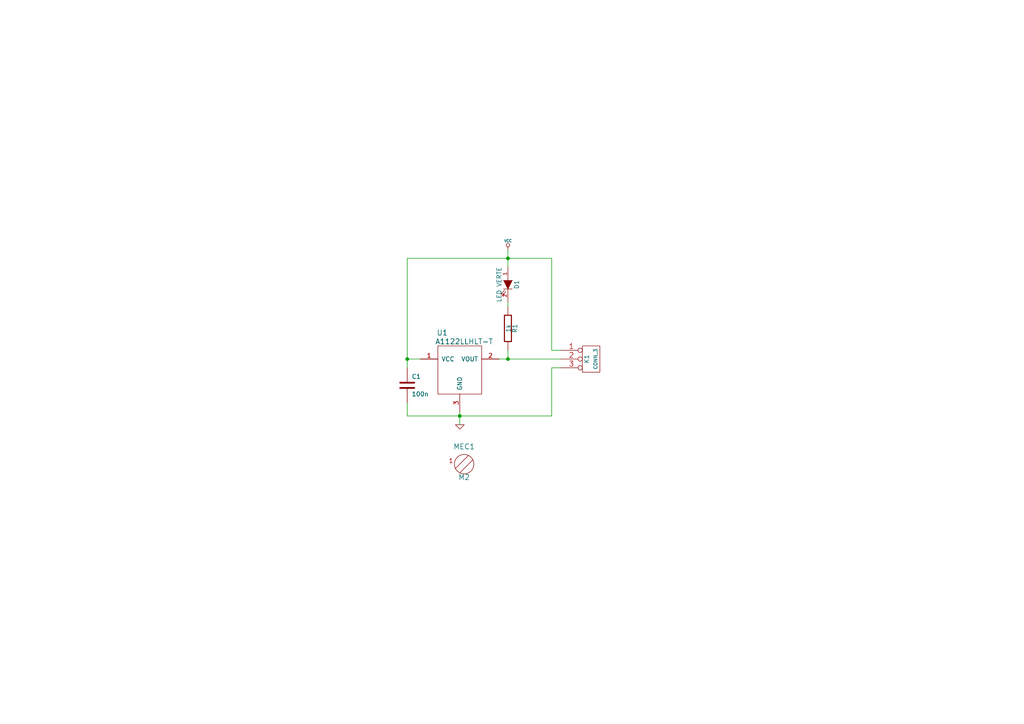
<source format=kicad_sch>
(kicad_sch (version 20230121) (generator eeschema)
  (paper "A4")
  (lib_symbols
    (symbol "CarteCapteurHall2018-rescue:C-RESCUE-CarteCapteurHall" (pin_numbers hide) (pin_names (offset 0.254))
      (property "Reference" "C" (at 1.27 2.54 0))
      (property "Value" "C-RESCUE-CarteCapteurHall" (at 1.27 -2.54 0))
      (symbol "C-RESCUE-CarteCapteurHall_0_1"
        (polyline (pts (xy -2.032 -0.762) (xy 2.032 -0.762)) (stroke (width 0.508)))
        (polyline (pts (xy -2.032 0.762) (xy 2.032 0.762)) (stroke (width 0.508)))
      )
      (symbol "C-RESCUE-CarteCapteurHall_1_1"
        (pin passive line (at 0 5.08 270) (length 4.318) (name "~") (number "1"))
        (pin passive line (at 0 -5.08 90) (length 4.318) (name "~") (number "2"))
      )
    )
    (symbol "CarteCapteurHall2018-rescue:LED-RESCUE-CarteCapteurHall" (pin_names (offset 1.016) hide)
      (property "Reference" "D" (at 0 2.54 0))
      (property "Value" "LED-RESCUE-CarteCapteurHall" (at 0 -2.54 0))
      (symbol "LED-RESCUE-CarteCapteurHall_0_1"
        (polyline (pts (xy 1.27 1.27) (xy 1.27 -1.27)))
        (polyline (pts (xy -1.27 1.27) (xy 1.27 0) (xy -1.27 -1.27)) (fill (type outline)))
        (polyline (pts (xy 1.651 -1.016) (xy 2.794 -2.032) (xy 2.667 -1.397)))
        (polyline (pts (xy 2.032 -0.635) (xy 3.175 -1.651) (xy 3.048 -1.016)))
      )
      (symbol "LED-RESCUE-CarteCapteurHall_1_1"
        (pin passive line (at -5.08 0 0) (length 3.81) (name "A") (number "1"))
        (pin passive line (at 5.08 0 180) (length 3.81) (name "K") (number "2"))
      )
    )
    (symbol "CarteCapteurHall2018-rescue:R-RESCUE-CarteCapteurHall" (pin_numbers hide) (pin_names (offset 0))
      (property "Reference" "R" (at 2.032 0 90))
      (property "Value" "R-RESCUE-CarteCapteurHall" (at 0.1778 0.0254 90))
      (symbol "R-RESCUE-CarteCapteurHall_0_1"
        (rectangle (start -1.016 3.81) (end 1.016 -3.81) (stroke (width 0.3048)))
      )
      (symbol "R-RESCUE-CarteCapteurHall_1_1"
        (pin passive line (at 0 6.35 270) (length 2.54) (name "~") (number "1"))
        (pin passive line (at 0 -6.35 90) (length 2.54) (name "~") (number "2"))
      )
    )
    (symbol "Mec:MEC" (pin_names (offset 1.016))
      (property "Reference" "MEC" (at 0 -5.08 0))
      (property "Value" "MEC" (at 0 3.81 0))
      (symbol "MEC_0_1"
        (polyline (pts (xy 1.27 -2.54) (xy -2.54 1.27)))
        (polyline (pts (xy 2.54 -1.27) (xy -1.27 2.54)))
        (circle (center 0 0) (radius 2.8194))
      )
      (symbol "MEC_1_1"
        (pin input line (at -3.81 0 0) (length 0) (name "~") (number "1"))
      )
    )
    (symbol "cvra:AS1106" (pin_names (offset 1.016))
      (property "Reference" "U" (at 6.35 5.08 0))
      (property "Value" "AS1106" (at -1.27 5.08 0))
      (symbol "AS1106_0_1"
        (rectangle (start -6.35 3.81) (end 6.35 -10.16))
      )
      (symbol "AS1106_1_1"
        (pin power_in line (at -11.43 0 0) (length 5.08) (name "VCC") (number "1"))
        (pin power_in line (at 11.43 0 180) (length 5.08) (name "VOUT") (number "2"))
        (pin power_in line (at 0 -15.24 90) (length 5.08) (name "GND") (number "3"))
      )
    )
    (symbol "phoenix:CONN_3" (pin_names (offset 1.016) hide)
      (property "Reference" "K" (at -1.27 0 90))
      (property "Value" "CONN_3" (at 1.27 0 90))
      (symbol "CONN_3_0_1"
        (rectangle (start -2.54 3.81) (end 2.54 -3.81))
      )
      (symbol "CONN_3_1_1"
        (pin passive inverted (at -8.89 2.54 0) (length 6.35) (name "P1") (number "1"))
        (pin passive inverted (at -8.89 0 0) (length 6.35) (name "PM") (number "2"))
        (pin passive inverted (at -8.89 -2.54 0) (length 6.35) (name "P3") (number "3"))
      )
    )
    (symbol "power1:GND" (power) (pin_names (offset 0))
      (symbol "GND_0_1"
        (polyline (pts (xy -1.27 0) (xy 0 -1.27) (xy 1.27 0) (xy -1.27 0)))
      )
      (symbol "GND_1_1"
        (pin power_in line (at 0 0 90) (length 0) hide (name "GND") (number "1"))
      )
    )
    (symbol "power1:VCC" (power) (pin_names (offset 0))
      (property "Value" "VCC" (at 0 2.54 0))
      (symbol "VCC_0_0"
        (pin power_in line (at 0 0 90) (length 0) hide (name "VCC") (number "1"))
      )
      (symbol "VCC_0_1"
        (polyline (pts (xy 0 0) (xy 0 0.762) (xy 0 0.762)))
        (circle (center 0 1.27) (radius 0.508))
      )
    )
  )
  (junction (at 118.11 104.14))
  (junction (at 147.32 74.93))
  (junction (at 133.35 120.65))
  (junction (at 147.32 104.14))
  (wire (pts (xy 118.11 116.84) (xy 118.11 120.65)))
  (wire (pts (xy 121.92 104.14) (xy 118.11 104.14)))
  (wire (pts (xy 147.32 74.93) (xy 147.32 77.47)))
  (wire (pts (xy 147.32 101.6) (xy 147.32 104.14)))
  (wire (pts (xy 147.32 74.93) (xy 160.02 74.93)))
  (wire (pts (xy 144.78 104.14) (xy 147.32 104.14)))
  (wire (pts (xy 133.35 120.65) (xy 160.02 120.65)))
  (wire (pts (xy 118.11 104.14) (xy 118.11 106.68)))
  (wire (pts (xy 118.11 74.93) (xy 118.11 104.14)))
  (wire (pts (xy 160.02 74.93) (xy 160.02 101.6)))
  (wire (pts (xy 160.02 106.68) (xy 160.02 120.65)))
  (wire (pts (xy 118.11 74.93) (xy 147.32 74.93)))
  (wire (pts (xy 147.32 87.63) (xy 147.32 88.9)))
  (wire (pts (xy 147.32 72.39) (xy 147.32 74.93)))
  (wire (pts (xy 133.35 119.38) (xy 133.35 120.65)))
  (wire (pts (xy 147.32 104.14) (xy 162.56 104.14)))
  (wire (pts (xy 162.56 106.68) (xy 160.02 106.68)))
  (wire (pts (xy 162.56 101.6) (xy 160.02 101.6)))
  (wire (pts (xy 133.35 120.65) (xy 133.35 123.19)))
  (wire (pts (xy 118.11 120.65) (xy 133.35 120.65)))
  (symbol (lib_id "power1:VCC") (at 147.32 72.39 0) (mirror y) (unit 1)
    (property "Reference" "#PWR01" (effects hide))
    (property "Value" "VCC" (at 147.32 69.85 0) (effects (font (size 0.762 0.762))))
  )
  (symbol (lib_id "phoenix:CONN_3") (at 171.45 104.14 0) (unit 1)
    (property "Reference" "K1" (at 170.18 104.14 90))
    (property "Value" "CONN_3" (at 172.72 104.14 90) (effects (font (size 1.016 1.016))))
    (property "Footprint" "Connectors_Molex:Molex_PicoBlade_53398-0371_03x1.25mm_Straight" (effects hide))
  )
  (symbol (lib_id "power1:GND") (at 133.35 123.19 0) (mirror y) (unit 1)
    (property "Reference" "#PWR02" (effects hide))
    (property "Value" "GND" (effects hide))
  )
  (symbol (lib_id "CarteCapteurHall2018-rescue:C-RESCUE-CarteCapteurHall") (at 118.11 111.76 0) (unit 1)
    (property "Reference" "C1" (at 119.38 109.22 0) (effects (justify left)))
    (property "Value" "100n" (at 119.38 114.3 0) (effects (justify left)))
    (property "Footprint" "_std:_0603" (effects hide))
  )
  (symbol (lib_id "cvra:AS1106") (at 133.35 104.14 0) (unit 1)
    (property "Reference" "U1" (at 128.27 96.52 0) (effects (font (size 1.524 1.524))))
    (property "Value" "A1122LLHLT-T" (at 134.62 99.06 0) (effects (font (size 1.524 1.524))))
    (property "Footprint" "footprints:SOT-23W" (effects hide))
  )
  (symbol (lib_id "CarteCapteurHall2018-rescue:R-RESCUE-CarteCapteurHall") (at 147.32 95.25 0) (unit 1)
    (property "Reference" "R1" (at 149.352 95.25 90))
    (property "Value" "1k" (at 147.4978 95.2246 90))
    (property "Footprint" "_std:_0603" (effects hide))
  )
  (symbol (lib_id "CarteCapteurHall2018-rescue:LED-RESCUE-CarteCapteurHall") (at 147.32 82.55 270) (unit 1)
    (property "Reference" "D1" (at 149.86 82.55 0))
    (property "Value" "LED VERTE" (at 144.78 82.55 0))
    (property "Footprint" "_std:_0603" (effects hide))
  )
  (symbol (lib_id "Mec:MEC") (at 134.62 134.62 0) (mirror x) (unit 1)
    (property "Reference" "MEC1" (at 134.62 129.54 0) (effects (font (size 1.524 1.524))))
    (property "Value" "M2" (at 134.62 138.43 0) (effects (font (size 1.524 1.524))))
    (property "Footprint" "Mounting_Holes:MountingHole_2.2mm_M2" (effects hide))
  )
)
</source>
